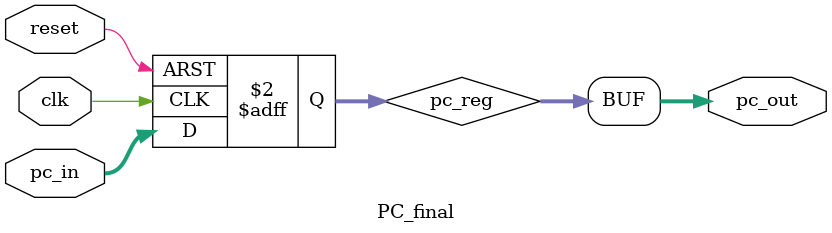
<source format=v>
module PC_final (
    input clk,
    input reset,
    input [31:0] pc_in,
    output [31:0] pc_out
);

    reg [31:0] pc_reg;

    always @(posedge clk or posedge reset) begin
        if (reset) begin
            pc_reg <= 32'b0;
        end else begin
            pc_reg <= pc_in;
        end
    end

    assign pc_out = pc_reg;

endmodule

</source>
